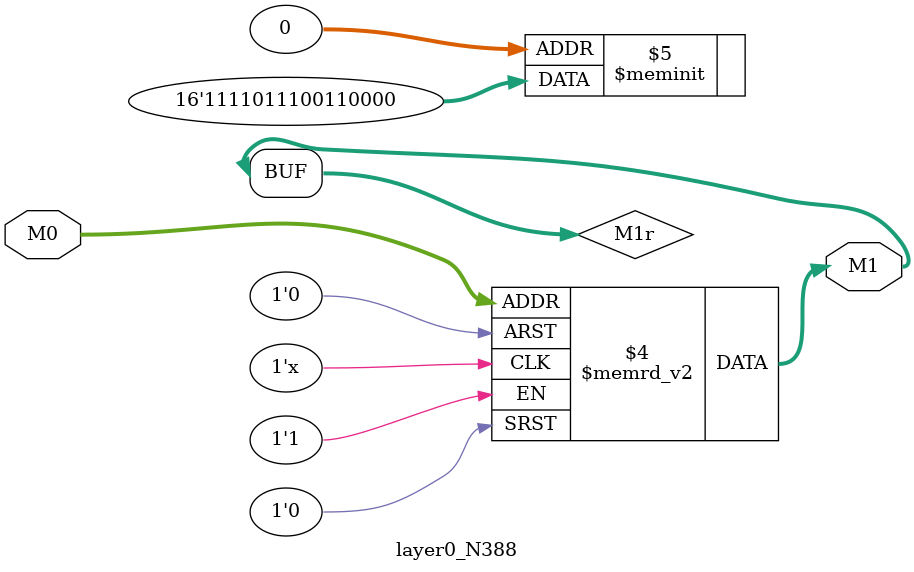
<source format=v>
module layer0_N388 ( input [2:0] M0, output [1:0] M1 );

	(*rom_style = "distributed" *) reg [1:0] M1r;
	assign M1 = M1r;
	always @ (M0) begin
		case (M0)
			3'b000: M1r = 2'b00;
			3'b100: M1r = 2'b11;
			3'b010: M1r = 2'b11;
			3'b110: M1r = 2'b11;
			3'b001: M1r = 2'b00;
			3'b101: M1r = 2'b01;
			3'b011: M1r = 2'b00;
			3'b111: M1r = 2'b11;

		endcase
	end
endmodule

</source>
